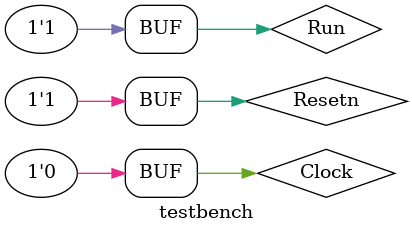
<source format=v>
module testbench;
	reg Resetn, Clock, Run;
	wire Done;

    pratica2 proc(Resetn, Clock, Run, Done);

   initial begin
        Clock = 1'b0;
        Run = 1'b1;
        Resetn = 1'b1;
        $monitor("T%d | Done: %b | r0: %d | r1: %d | r2: %d | r3: %b | r4: %d | r5: %d | r6: %d | buswires: %d | pc: %d | pc_incr: %b\naddr: %d | addr_in: %b | DATA: %d | dout: %d | dout_in: %b | a: %d | g: %d | f: %d | F_in: %b | zero: %b | IR: %b | W: %b\n", proc.Tstep_Q, Done, proc.r0,proc.r1,proc.r2,proc.r3,proc.r4,proc.r5,proc.r6, proc.BusWires, proc.pc,proc.pc_incr, proc.addr, proc.ADDR_in, proc.DATA, proc.dout, proc.DOUT_in, proc.a,proc.g,proc.f, proc.F_in, proc.zero, proc.IR,proc.w);
    end

   initial begin
		  $display("-------------------------------------- MV R1 <- 28 --------------------------------------");
		  Clock = ~Clock;
        #1
        Clock = ~Clock;
        #1
        Clock = ~Clock;
        #1
        Clock = ~Clock;
        #1
        Clock = ~Clock;
        #1
        Clock = ~Clock;
        #1
        Clock = ~Clock;
        #1
        Clock = ~Clock;
        #1
		  
		  $display("-------------------------------------- MV R3 <- 28 --------------------------------------");
		  Clock = ~Clock;
        #1
        Clock = ~Clock;
        #1
        Clock = ~Clock;
        #1
        Clock = ~Clock;
        #1
        Clock = ~Clock;
        #1
        Clock = ~Clock;
        #1
        Clock = ~Clock;
        #1
        Clock = ~Clock;
        #1
		  
		  
        $display("-------------------------------------- ADD R1 <- 56 --------------------------------------");
        Clock = ~Clock;
        #1
        Clock = ~Clock;
        #1
        Clock = ~Clock;
        #1
        Clock = ~Clock;
        #1
        Clock = ~Clock;
        #1
        Clock = ~Clock;
        #1
        Clock = ~Clock;
        #1
        Clock = ~Clock;
        #1
        Clock = ~Clock;
        #1
        Clock = ~Clock;
		  #1
        Clock = ~Clock;
        #1
        Clock = ~Clock;
        #1

        $display("-------------------------------------- SUB R1 <- 28 --------------------------------------");
        Clock = ~Clock;
        #1
        Clock = ~Clock;
        #1
        Clock = ~Clock;
        #1
        Clock = ~Clock;
        #1
        Clock = ~Clock;
        #1
        Clock = ~Clock;
        #1
        Clock = ~Clock;
        #1
        Clock = ~Clock;
		  #1
		  Clock = ~Clock;
        #1
        Clock = ~Clock;
        #1
		  Clock = ~Clock;
        #1
        Clock = ~Clock;
        #1
        
		  $display("-------------------------------------- SUB R1 <- 0 --------------------------------------");
		  Clock = ~Clock;
        #1
        Clock = ~Clock;
        #1
		  Clock = ~Clock;
        #1
        Clock = ~Clock;
        #1
		  Clock = ~Clock;
        #1
        Clock = ~Clock;
        #1
		  Clock = ~Clock;
        #1
        Clock = ~Clock;
        #1
		  Clock = ~Clock;
        #1
        Clock = ~Clock;
        #1
		  Clock = ~Clock;
        #1
        Clock = ~Clock;
        #1
		  
        $display("-------------------------------------- AND R3 <- 0 (R3&R1)--------------------------------------");
        Clock = ~Clock;
        #1
        Clock = ~Clock;  
        #1
        Clock = ~Clock;
        #1
        Clock = ~Clock;
        #1
        Clock = ~Clock;
        #1
        Clock = ~Clock;
        #1
        Clock = ~Clock;
        #1
        Clock = ~Clock;
		  #1
		  Clock = ~Clock;
        #1
        Clock = ~Clock;
        #1
		  Clock = ~Clock;
        #1
        Clock = ~Clock;
        #1
		  
		  $display("-------------------------------------- LOAD R4 <- 12 --------------------------------------");
		  Clock = ~Clock;
        #1
        Clock = ~Clock;
        #1
		  Clock = ~Clock;
        #1
        Clock = ~Clock;
        #1
		  Clock = ~Clock;
        #1
        Clock = ~Clock;
        #1
		  Clock = ~Clock;
        #1
        Clock = ~Clock;
        #1
		  Clock = ~Clock;
        #1
        Clock = ~Clock;
        #1
		  Clock = ~Clock;
        #1
        Clock = ~Clock;
        #1
		  
		  $display("-------------------------------------- MV R6 <- 7 --------------------------------------");
		  Clock = ~Clock;
        #1
        Clock = ~Clock;
        #1
		  Clock = ~Clock;
        #1
        Clock = ~Clock;
        #1
		  Clock = ~Clock;
        #1
        Clock = ~Clock;
        #1
		  Clock = ~Clock;
        #1
        Clock = ~Clock;
        #1
		  $display("-------------------------------------- STORE 12(R4) EM mem[7]--------------------------------------");
		  Clock = ~Clock;
        #1
        Clock = ~Clock;
        #1
		  Clock = ~Clock;
        #1
        Clock = ~Clock;
        #1
		  Clock = ~Clock;
        #1
        Clock = ~Clock;
        #1
		  Clock = ~Clock;
        #1
        Clock = ~Clock;
        #1
		  Clock = ~Clock;
        #1
        Clock = ~Clock;
        #1
		  
		  $display("-------------------------------------- LOAD R3 <- 12 --------------------------------------");
		  Clock = ~Clock;
        #1
        Clock = ~Clock;
        #1
		  Clock = ~Clock;
        #1
        Clock = ~Clock;
        #1
		  Clock = ~Clock;
        #1
        Clock = ~Clock;
        #1
		  Clock = ~Clock;
        #1
        Clock = ~Clock;
        #1
		  Clock = ~Clock;
        #1
        Clock = ~Clock;
        #1
		  Clock = ~Clock;
        #1
        Clock = ~Clock;
        #1
		  
		  $display("-------------------------------------- SUB R6 <- 1 --------------------------------------");
		  Clock = ~Clock;
        #1
        Clock = ~Clock;
        #1
		  Clock = ~Clock;
        #1
        Clock = ~Clock;
        #1
		  Clock = ~Clock;
        #1
        Clock = ~Clock;
        #1
		  Clock = ~Clock;
        #1
        Clock = ~Clock;
        #1
		  Clock = ~Clock;
        #1
        Clock = ~Clock;
        #1
		  Clock = ~Clock;
        #1
        Clock = ~Clock;
        #1
		  
		  $display("-------------------------------------- Brench -> l1 --------------------------------------");
		  Clock = ~Clock;
        #1
        Clock = ~Clock;
        #1
		  Clock = ~Clock;
        #1
        Clock = ~Clock;
        #1
		  Clock = ~Clock;
        #1
        Clock = ~Clock;
        #1
		  Clock = ~Clock;
        #1
        Clock = ~Clock;
        #1
		  Clock = ~Clock;
        #1
        Clock = ~Clock;
        #1
		  Clock = ~Clock;
        #1
        Clock = ~Clock;
        #1
		  
		  $display("-------------------------------------- R3 <- R3 << 1 --------------------------------------");
		  Clock = ~Clock;
        #1
        Clock = ~Clock;
        #1
        Clock = ~Clock;
        #1
        Clock = ~Clock;
        #1
        Clock = ~Clock;
        #1
        Clock = ~Clock;
        #1
        Clock = ~Clock;
        #1
        Clock = ~Clock;
        #1
		  Clock = ~Clock;
        #1
        Clock = ~Clock;
        #1
		  Clock = ~Clock;
        #1
        Clock = ~Clock;
        #1
		  

        Clock = ~Clock;
        #1
        Clock = ~Clock;
    end
endmodule
 
</source>
